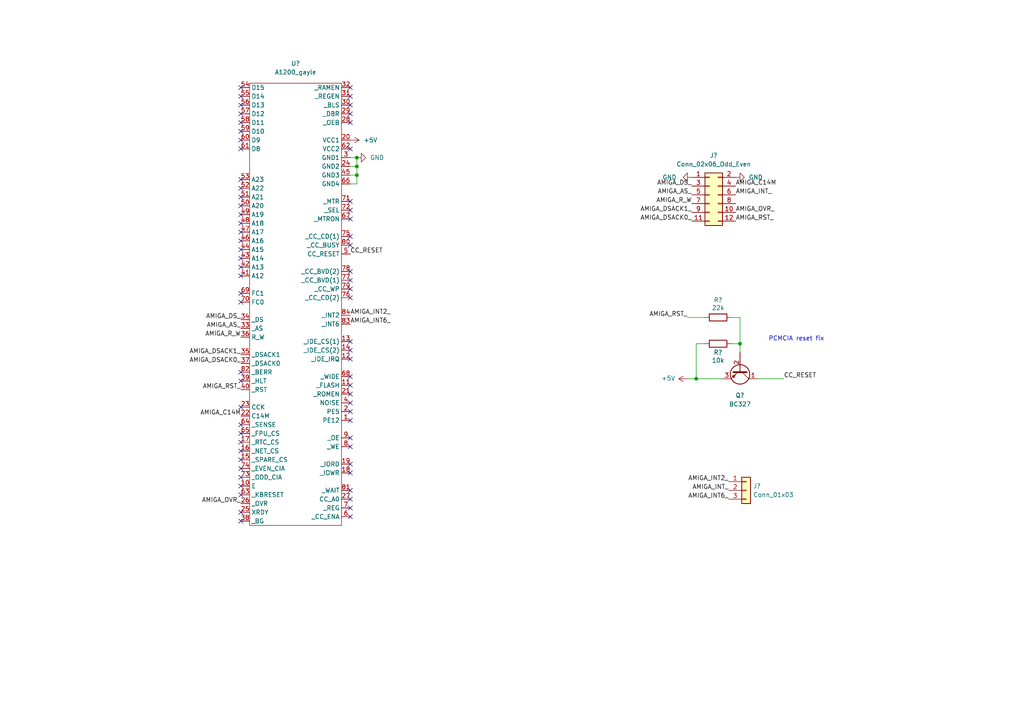
<source format=kicad_sch>
(kicad_sch (version 20211123) (generator eeschema)
  (paper "A4")
  (lib_symbols
    (symbol "Connector_Generic:Conn_01x03" (pin_names (offset 1.016) hide)
      (property "Reference" "J" (at 0 5.08 0))
      (property "Value" "Conn_01x03" (at 0 -5.08 0))
      (symbol "Conn_01x03_1_1"
        (rectangle (start -1.27 -2.413) (end 0 -2.667) (stroke (width 0.1524)))
        (rectangle (start -1.27 0.127) (end 0 -0.127) (stroke (width 0.1524)))
        (rectangle (start -1.27 2.667) (end 0 2.413) (stroke (width 0.1524)))
        (rectangle (start -1.27 3.81) (end 1.27 -3.81) (stroke (width 0.254)) (fill (type background)))
        (pin passive line (at -5.08 2.54 0) (length 3.81) (name "Pin_1") (number "1"))
        (pin passive line (at -5.08 0 0) (length 3.81) (name "Pin_2") (number "2"))
        (pin passive line (at -5.08 -2.54 0) (length 3.81) (name "Pin_3") (number "3"))
      )
    )
    (symbol "Connector_Generic:Conn_02x06_Odd_Even" (pin_names (offset 1.016) hide)
      (property "Reference" "J" (at 1.27 7.62 0))
      (property "Value" "Conn_02x06_Odd_Even" (at 1.27 -10.16 0))
      (symbol "Conn_02x06_Odd_Even_1_1"
        (rectangle (start -1.27 -7.493) (end 0 -7.747) (stroke (width 0.1524)))
        (rectangle (start -1.27 -4.953) (end 0 -5.207) (stroke (width 0.1524)))
        (rectangle (start -1.27 -2.413) (end 0 -2.667) (stroke (width 0.1524)))
        (rectangle (start -1.27 0.127) (end 0 -0.127) (stroke (width 0.1524)))
        (rectangle (start -1.27 2.667) (end 0 2.413) (stroke (width 0.1524)))
        (rectangle (start -1.27 5.207) (end 0 4.953) (stroke (width 0.1524)))
        (rectangle (start -1.27 6.35) (end 3.81 -8.89) (stroke (width 0.254)) (fill (type background)))
        (rectangle (start 3.81 -7.493) (end 2.54 -7.747) (stroke (width 0.1524)))
        (rectangle (start 3.81 -4.953) (end 2.54 -5.207) (stroke (width 0.1524)))
        (rectangle (start 3.81 -2.413) (end 2.54 -2.667) (stroke (width 0.1524)))
        (rectangle (start 3.81 0.127) (end 2.54 -0.127) (stroke (width 0.1524)))
        (rectangle (start 3.81 2.667) (end 2.54 2.413) (stroke (width 0.1524)))
        (rectangle (start 3.81 5.207) (end 2.54 4.953) (stroke (width 0.1524)))
        (pin passive line (at -5.08 5.08 0) (length 3.81) (name "Pin_1") (number "1"))
        (pin passive line (at 7.62 -5.08 180) (length 3.81) (name "Pin_10") (number "10"))
        (pin passive line (at -5.08 -7.62 0) (length 3.81) (name "Pin_11") (number "11"))
        (pin passive line (at 7.62 -7.62 180) (length 3.81) (name "Pin_12") (number "12"))
        (pin passive line (at 7.62 5.08 180) (length 3.81) (name "Pin_2") (number "2"))
        (pin passive line (at -5.08 2.54 0) (length 3.81) (name "Pin_3") (number "3"))
        (pin passive line (at 7.62 2.54 180) (length 3.81) (name "Pin_4") (number "4"))
        (pin passive line (at -5.08 0 0) (length 3.81) (name "Pin_5") (number "5"))
        (pin passive line (at 7.62 0 180) (length 3.81) (name "Pin_6") (number "6"))
        (pin passive line (at -5.08 -2.54 0) (length 3.81) (name "Pin_7") (number "7"))
        (pin passive line (at 7.62 -2.54 180) (length 3.81) (name "Pin_8") (number "8"))
        (pin passive line (at -5.08 -5.08 0) (length 3.81) (name "Pin_9") (number "9"))
      )
    )
    (symbol "Device:R" (pin_numbers hide) (pin_names (offset 0))
      (property "Reference" "R" (at 2.032 0 90))
      (property "Value" "R" (at 0 0 90))
      (symbol "R_0_1"
        (rectangle (start -1.016 -2.54) (end 1.016 2.54) (stroke (width 0.254)))
      )
      (symbol "R_1_1"
        (pin passive line (at 0 3.81 270) (length 1.27) (name "~") (number "1"))
        (pin passive line (at 0 -3.81 90) (length 1.27) (name "~") (number "2"))
      )
    )
    (symbol "FreeVision:A1200_gayle"
      (property "Reference" "U" (at 0 5.08 0))
      (property "Value" "A1200_gayle" (at 0 2.54 0))
      (symbol "A1200_gayle_0_1"
        (rectangle (start -13.97 -1.27) (end 12.7 -129.54))
      )
      (symbol "A1200_gayle_1_1"
        (pin input line (at 15.24 -99.06 180) (length 2.54) (name "PE12") (number "1"))
        (pin input line (at -16.51 -118.11 0) (length 2.54) (name "E") (number "10"))
        (pin input line (at 15.24 -88.9 180) (length 2.54) (name "_FLASH") (number "11"))
        (pin input line (at 15.24 -81.28 180) (length 2.54) (name "_IDE_IRQ") (number "12"))
        (pin input line (at 15.24 -76.2 180) (length 2.54) (name "_IDE_CS(1)") (number "13"))
        (pin input line (at 15.24 -78.74 180) (length 2.54) (name "_IDE_CS(2)") (number "14"))
        (pin input line (at -16.51 -110.49 0) (length 2.54) (name "_SPARE_CS") (number "15"))
        (pin input line (at -16.51 -107.95 0) (length 2.54) (name "_NET_CS") (number "16"))
        (pin input line (at -16.51 -105.41 0) (length 2.54) (name "_RTC_CS") (number "17"))
        (pin input line (at 15.24 -114.3 180) (length 2.54) (name "_IOWR") (number "18"))
        (pin input line (at 15.24 -111.76 180) (length 2.54) (name "_IORD") (number "19"))
        (pin input line (at 15.24 -96.52 180) (length 2.54) (name "PE5") (number "2"))
        (pin input line (at 15.24 -17.78 180) (length 2.54) (name "VCC1") (number "20"))
        (pin input line (at 15.24 -91.44 180) (length 2.54) (name "_ROMEN") (number "21"))
        (pin input line (at -16.51 -97.79 0) (length 2.54) (name "C14M") (number "22"))
        (pin input line (at -16.51 -95.25 0) (length 2.54) (name "CCK") (number "23"))
        (pin input line (at 15.24 -25.4 180) (length 2.54) (name "GND2") (number "24"))
        (pin input line (at -16.51 -125.73 0) (length 2.54) (name "XRDY") (number "25"))
        (pin input line (at -16.51 -123.19 0) (length 2.54) (name "_OVR") (number "26"))
        (pin input line (at 15.24 -121.92 180) (length 2.54) (name "CC_A0") (number "27"))
        (pin input line (at 15.24 -12.7 180) (length 2.54) (name "_OEB") (number "28"))
        (pin input line (at 15.24 -10.16 180) (length 2.54) (name "_DBR") (number "29"))
        (pin input line (at 15.24 -22.86 180) (length 2.54) (name "GND1") (number "3"))
        (pin input line (at 15.24 -7.62 180) (length 2.54) (name "_BLS") (number "30"))
        (pin input line (at 15.24 -5.08 180) (length 2.54) (name "_REGEN") (number "31"))
        (pin input line (at 15.24 -2.54 180) (length 2.54) (name "_RAMEN") (number "32"))
        (pin input line (at -16.51 -72.39 0) (length 2.54) (name "_AS") (number "33"))
        (pin input line (at -16.51 -69.85 0) (length 2.54) (name "_DS") (number "34"))
        (pin input line (at -16.51 -80.01 0) (length 2.54) (name "_DSACK1") (number "35"))
        (pin input line (at -16.51 -74.93 0) (length 2.54) (name "R_W") (number "36"))
        (pin input line (at -16.51 -82.55 0) (length 2.54) (name "_DSACK0") (number "37"))
        (pin input line (at -16.51 -128.27 0) (length 2.54) (name "_BG") (number "38"))
        (pin input line (at -16.51 -87.63 0) (length 2.54) (name "_HLT") (number "39"))
        (pin input line (at 15.24 -93.98 180) (length 2.54) (name "NOISE") (number "4"))
        (pin input line (at -16.51 -90.17 0) (length 2.54) (name "_RST") (number "40"))
        (pin input line (at -16.51 -57.15 0) (length 2.54) (name "A12") (number "41"))
        (pin input line (at -16.51 -54.61 0) (length 2.54) (name "A13") (number "42"))
        (pin input line (at -16.51 -52.07 0) (length 2.54) (name "A14") (number "43"))
        (pin input line (at -16.51 -49.53 0) (length 2.54) (name "A15") (number "44"))
        (pin input line (at 15.24 -27.94 180) (length 2.54) (name "GND3") (number "45"))
        (pin input line (at -16.51 -46.99 0) (length 2.54) (name "A16") (number "46"))
        (pin input line (at -16.51 -44.45 0) (length 2.54) (name "A17") (number "47"))
        (pin input line (at -16.51 -41.91 0) (length 2.54) (name "A18") (number "48"))
        (pin input line (at -16.51 -39.37 0) (length 2.54) (name "A19") (number "49"))
        (pin input line (at 15.24 -50.8 180) (length 2.54) (name "CC_RESET") (number "5"))
        (pin input line (at -16.51 -36.83 0) (length 2.54) (name "A20") (number "50"))
        (pin input line (at -16.51 -34.29 0) (length 2.54) (name "A21") (number "51"))
        (pin input line (at -16.51 -31.75 0) (length 2.54) (name "A22") (number "52"))
        (pin input line (at -16.51 -29.21 0) (length 2.54) (name "A23") (number "53"))
        (pin input line (at -16.51 -2.54 0) (length 2.54) (name "D15") (number "54"))
        (pin input line (at -16.51 -5.08 0) (length 2.54) (name "D14") (number "55"))
        (pin input line (at -16.51 -7.62 0) (length 2.54) (name "D13") (number "56"))
        (pin input line (at -16.51 -10.16 0) (length 2.54) (name "D12") (number "57"))
        (pin input line (at -16.51 -12.7 0) (length 2.54) (name "D11") (number "58"))
        (pin input line (at -16.51 -15.24 0) (length 2.54) (name "D10") (number "59"))
        (pin input line (at 15.24 -127 180) (length 2.54) (name "_CC_ENA") (number "6"))
        (pin input line (at -16.51 -17.78 0) (length 2.54) (name "D9") (number "60"))
        (pin input line (at -16.51 -20.32 0) (length 2.54) (name "D8") (number "61"))
        (pin input line (at 15.24 -20.32 180) (length 2.54) (name "VCC2") (number "62"))
        (pin input line (at -16.51 -120.65 0) (length 2.54) (name "_KBRESET") (number "63"))
        (pin input line (at -16.51 -100.33 0) (length 2.54) (name "_SENSE") (number "64"))
        (pin input line (at -16.51 -102.87 0) (length 2.54) (name "_FPU_CS") (number "65"))
        (pin input line (at 15.24 -30.48 180) (length 2.54) (name "GND4") (number "66"))
        (pin input line (at 15.24 -40.64 180) (length 2.54) (name "_MTRON") (number "67"))
        (pin input line (at 15.24 -86.36 180) (length 2.54) (name "_WIDE") (number "68"))
        (pin input line (at -16.51 -62.23 0) (length 2.54) (name "FC1") (number "69"))
        (pin input line (at 15.24 -124.46 180) (length 2.54) (name "_REG") (number "7"))
        (pin input line (at -16.51 -64.77 0) (length 2.54) (name "FC0") (number "70"))
        (pin input line (at 15.24 -35.56 180) (length 2.54) (name "_MTR") (number "71"))
        (pin input line (at 15.24 -38.1 180) (length 2.54) (name "_SEL") (number "72"))
        (pin input line (at -16.51 -115.57 0) (length 2.54) (name "_ODD_CIA") (number "73"))
        (pin input line (at -16.51 -113.03 0) (length 2.54) (name "_EVEN_CIA") (number "74"))
        (pin input line (at 15.24 -45.72 180) (length 2.54) (name "_CC_CD(1)") (number "75"))
        (pin input line (at 15.24 -63.5 180) (length 2.54) (name "_CC_CD(2)") (number "76"))
        (pin input line (at 15.24 -58.42 180) (length 2.54) (name "_CC_BVD(1)") (number "77"))
        (pin input line (at 15.24 -55.88 180) (length 2.54) (name "_CC_BVD(2)") (number "78"))
        (pin input line (at 15.24 -60.96 180) (length 2.54) (name "_CC_WP") (number "79"))
        (pin input line (at 15.24 -106.68 180) (length 2.54) (name "_WE") (number "8"))
        (pin input line (at 15.24 -48.26 180) (length 2.54) (name "_CC_BUSY") (number "80"))
        (pin input line (at 15.24 -119.38 180) (length 2.54) (name "_WAIT") (number "81"))
        (pin input line (at -16.51 -85.09 0) (length 2.54) (name "_BERR") (number "82"))
        (pin input line (at 15.24 -71.12 180) (length 2.54) (name "_INT6") (number "83"))
        (pin input line (at 15.24 -68.58 180) (length 2.54) (name "_INT2") (number "84"))
        (pin input line (at 15.24 -104.14 180) (length 2.54) (name "_OE") (number "9"))
      )
    )
    (symbol "Transistor_BJT:BC327" (pin_names (offset 0) hide)
      (property "Reference" "Q" (at 5.08 1.905 0))
      (property "Value" "BC327" (at 5.08 0 0))
      (symbol "BC327_0_1"
        (polyline (pts (xy 0.635 0.635) (xy 2.54 2.54)))
        (polyline (pts (xy 0.635 -0.635) (xy 2.54 -2.54) (xy 2.54 -2.54)))
        (polyline (pts (xy 0.635 1.905) (xy 0.635 -1.905) (xy 0.635 -1.905)) (stroke (width 0.508)))
        (polyline (pts (xy 2.286 -1.778) (xy 1.778 -2.286) (xy 1.27 -1.27) (xy 2.286 -1.778) (xy 2.286 -1.778)) (fill (type outline)))
        (circle (center 1.27 0) (radius 2.8194) (stroke (width 0.254)))
      )
      (symbol "BC327_1_1"
        (pin passive line (at 2.54 5.08 270) (length 2.54) (name "C") (number "1"))
        (pin input line (at -5.08 0 0) (length 5.715) (name "B") (number "2"))
        (pin passive line (at 2.54 -5.08 90) (length 2.54) (name "E") (number "3"))
      )
    )
    (symbol "power:+5V" (power) (pin_names (offset 0))
      (property "Value" "+5V" (at 0 3.556 0))
      (symbol "+5V_0_1"
        (polyline (pts (xy -0.762 1.27) (xy 0 2.54)))
        (polyline (pts (xy 0 0) (xy 0 2.54)))
        (polyline (pts (xy 0 2.54) (xy 0.762 1.27)))
      )
      (symbol "+5V_1_1"
        (pin power_in line (at 0 0 90) (length 0) hide (name "+5V") (number "1"))
      )
    )
    (symbol "power:GND" (power) (pin_names (offset 0))
      (property "Value" "GND" (at 0 -3.81 0))
      (symbol "GND_0_1"
        (polyline (pts (xy 0 0) (xy 0 -1.27) (xy 1.27 -1.27) (xy 0 -2.54) (xy -1.27 -1.27) (xy 0 -1.27)))
      )
      (symbol "GND_1_1"
        (pin power_in line (at 0 0 270) (length 0) hide (name "GND") (number "1"))
      )
    )
  )
  (junction (at 214.63 99.695))
  (junction (at 103.505 45.7255))
  (junction (at 103.505 50.8))
  (junction (at 103.505 48.26))
  (junction (at 201.93 109.855))
  (no_connect (at 69.85 38.1))
  (no_connect (at 69.85 125.73))
  (no_connect (at 101.6 147.32))
  (no_connect (at 101.6 60.96))
  (no_connect (at 101.6 121.92))
  (no_connect (at 69.85 138.43))
  (no_connect (at 69.85 123.19))
  (no_connect (at 69.85 74.93))
  (no_connect (at 69.85 143.51))
  (no_connect (at 101.6 144.78))
  (no_connect (at 69.85 118.11))
  (no_connect (at 101.6 111.76))
  (no_connect (at 69.85 107.95))
  (no_connect (at 69.85 80.01))
  (no_connect (at 101.6 83.82))
  (no_connect (at 69.85 27.94))
  (no_connect (at 101.6 142.24))
  (no_connect (at 101.6 149.86))
  (no_connect (at 69.85 87.63))
  (no_connect (at 101.6 119.38))
  (no_connect (at 69.85 135.89))
  (no_connect (at 69.85 140.97))
  (no_connect (at 69.85 77.47))
  (no_connect (at 101.6 104.14))
  (no_connect (at 101.6 99.06))
  (no_connect (at 101.6 58.42))
  (no_connect (at 69.85 52.07))
  (no_connect (at 69.85 148.59))
  (no_connect (at 69.85 85.09))
  (no_connect (at 101.6 35.56))
  (no_connect (at 101.6 81.28))
  (no_connect (at 101.6 25.4))
  (no_connect (at 69.85 40.64))
  (no_connect (at 69.85 35.56))
  (no_connect (at 69.85 54.61))
  (no_connect (at 69.85 130.81))
  (no_connect (at 101.6 68.58))
  (no_connect (at 101.6 116.84))
  (no_connect (at 69.85 57.15))
  (no_connect (at 69.85 69.85))
  (no_connect (at 69.85 62.23))
  (no_connect (at 69.85 72.39))
  (no_connect (at 69.85 30.48))
  (no_connect (at 69.85 33.02))
  (no_connect (at 101.6 86.36))
  (no_connect (at 101.6 30.48))
  (no_connect (at 101.6 134.62))
  (no_connect (at 101.6 71.12))
  (no_connect (at 101.6 27.94))
  (no_connect (at 101.6 63.5))
  (no_connect (at 101.6 43.18))
  (no_connect (at 69.85 25.4))
  (no_connect (at 101.6 129.54))
  (no_connect (at 69.85 128.27))
  (no_connect (at 69.85 64.77))
  (no_connect (at 69.85 43.18))
  (no_connect (at 101.6 114.3))
  (no_connect (at 101.6 101.6))
  (no_connect (at 69.85 67.31))
  (no_connect (at 69.85 151.13))
  (no_connect (at 101.6 127))
  (no_connect (at 69.85 59.69))
  (no_connect (at 101.6 33.02))
  (no_connect (at 101.6 109.22))
  (no_connect (at 101.6 137.16))
  (no_connect (at 101.6 78.74))
  (no_connect (at 69.85 110.49))
  (no_connect (at 69.85 133.35))
  (wire (pts (xy 201.93 99.695) (xy 201.93 109.855)))
  (wire (pts (xy 204.47 99.695) (xy 201.93 99.695)))
  (wire (pts (xy 101.6 48.26) (xy 103.505 48.26)))
  (wire (pts (xy 101.6 45.72) (xy 103.505 45.72)))
  (wire (pts (xy 199.39 92.075) (xy 204.47 92.075)))
  (wire (pts (xy 214.63 92.075) (xy 214.63 99.695)))
  (wire (pts (xy 101.6 50.8) (xy 103.505 50.8)))
  (wire (pts (xy 214.63 99.695) (xy 214.63 102.235)))
  (wire (pts (xy 219.71 109.855) (xy 227.33 109.855)))
  (wire (pts (xy 201.93 109.855) (xy 209.55 109.855)))
  (wire (pts (xy 212.09 92.075) (xy 214.63 92.075)))
  (wire (pts (xy 103.505 45.7255) (xy 103.505 45.72)))
  (wire (pts (xy 199.39 109.855) (xy 201.93 109.855)))
  (wire (pts (xy 103.505 53.34) (xy 103.505 50.8)))
  (wire (pts (xy 103.505 48.26) (xy 103.505 45.7255)))
  (wire (pts (xy 101.6 53.34) (xy 103.505 53.34)))
  (wire (pts (xy 212.09 99.695) (xy 214.63 99.695)))
  (wire (pts (xy 103.505 50.8) (xy 103.505 48.26)))
  (text "PCMCIA reset fix" (at 222.885 99.06 0) (effects (font (size 1.27 1.27)) (justify left bottom)))
  (label "AMIGA_DSACK1_" (at 69.85 102.87 180))
  (label "AMIGA_DS_" (at 200.66 53.975 180))
  (label "AMIGA_OVR_" (at 69.85 146.05 180))
  (label "AMIGA_C14M" (at 213.36 53.975 0))
  (label "AMIGA_INT6_" (at 101.6 93.98 0))
  (label "AMIGA_INT2_" (at 211.328 139.7 180))
  (label "AMIGA_INT_" (at 211.328 142.24 180))
  (label "AMIGA_RST_" (at 213.36 64.135 0))
  (label "AMIGA_DSACK0_" (at 200.66 64.135 180))
  (label "AMIGA_OVR_" (at 213.36 61.595 0))
  (label "AMIGA_INT_" (at 213.36 56.515 0))
  (label "AMIGA_RST_" (at 69.85 113.03 180))
  (label "CC_RESET" (at 227.33 109.855 0))
  (label "AMIGA_INT2_" (at 101.6 91.44 0))
  (label "CC_RESET" (at 101.6 73.66 0))
  (label "AMIGA_R_W" (at 69.85 97.79 180))
  (label "AMIGA_DSACK1_" (at 200.66 61.595 180))
  (label "AMIGA_R_W" (at 200.66 59.055 180))
  (label "AMIGA_AS_" (at 69.85 95.25 180))
  (label "AMIGA_AS_" (at 200.66 56.515 180))
  (label "AMIGA_DSACK0_" (at 69.85 105.41 180))
  (label "AMIGA_RST_" (at 199.39 92.075 180))
  (label "AMIGA_C14M" (at 69.85 120.65 180))
  (label "AMIGA_DS_" (at 69.85 92.71 180))
  (label "AMIGA_INT6_" (at 211.328 144.78 180))
  (symbol (lib_id "power:GND") (at 200.66 51.435 270) (unit 1)
    (property "Reference" "#PWR?" (effects hide))
    (property "Value" "GND" (at 192.1256 51.435 90) (effects (justify left)))
  )
  (symbol (lib_id "Connector_Generic:Conn_01x03") (at 216.408 142.24 0) (unit 1)
    (property "Reference" "J?" (at 218.44 140.9699 0) (effects (justify left)))
    (property "Value" "Conn_01x03" (at 218.44 143.5099 0) (effects (justify left)))
  )
  (symbol (lib_id "power:+5V") (at 101.6 40.64 270) (unit 1)
    (property "Reference" "#PWR?" (effects hide))
    (property "Value" "+5V" (at 105.41 40.6399 90) (effects (justify left)))
  )
  (symbol (lib_id "Transistor_BJT:BC327") (at 214.63 107.315 270) (unit 1)
    (property "Reference" "Q?" (at 214.63 114.681 90))
    (property "Value" "BC327" (at 214.63 117.221 90))
    (property "Footprint" "Package_TO_SOT_THT:TO-92_Inline" (effects hide))
    (property "Datasheet" "http://www.onsemi.com/pub_link/Collateral/BC327-D.PDF" (effects hide))
  )
  (symbol (lib_id "power:GND") (at 103.505 45.7255 90) (unit 1)
    (property "Reference" "#PWR?" (effects hide))
    (property "Value" "GND" (at 107.315 45.7254 90) (effects (justify right)))
  )
  (symbol (lib_id "Device:R") (at 208.28 99.695 90) (unit 1)
    (property "Reference" "R?" (at 208.28 102.235 90))
    (property "Value" "10k" (at 208.28 104.521 90))
  )
  (symbol (lib_id "power:GND") (at 213.36 51.435 90) (unit 1)
    (property "Reference" "#PWR?" (effects hide))
    (property "Value" "GND" (at 217.17 51.4349 90) (effects (justify right)))
  )
  (symbol (lib_id "power:+5V") (at 199.39 109.855 90) (unit 1)
    (property "Reference" "#PWR?" (effects hide))
    (property "Value" "+5V" (at 191.77 109.728 90) (effects (justify right)))
  )
  (symbol (lib_id "FreeVision:A1200_gayle") (at 86.36 22.86 0) (unit 1)
    (property "Reference" "U?" (at 85.725 18.415 0))
    (property "Value" "A1200_gayle" (at 85.725 20.955 0))
  )
  (symbol (lib_id "Connector_Generic:Conn_02x06_Odd_Even") (at 205.74 56.515 0) (unit 1)
    (property "Reference" "J?" (at 207.01 45.085 0))
    (property "Value" "Conn_02x06_Odd_Even" (at 207.01 47.625 0))
  )
  (symbol (lib_id "Device:R") (at 208.28 92.075 90) (unit 1)
    (property "Reference" "R?" (at 208.28 86.995 90))
    (property "Value" "22k" (at 208.28 89.281 90))
  )
)
</source>
